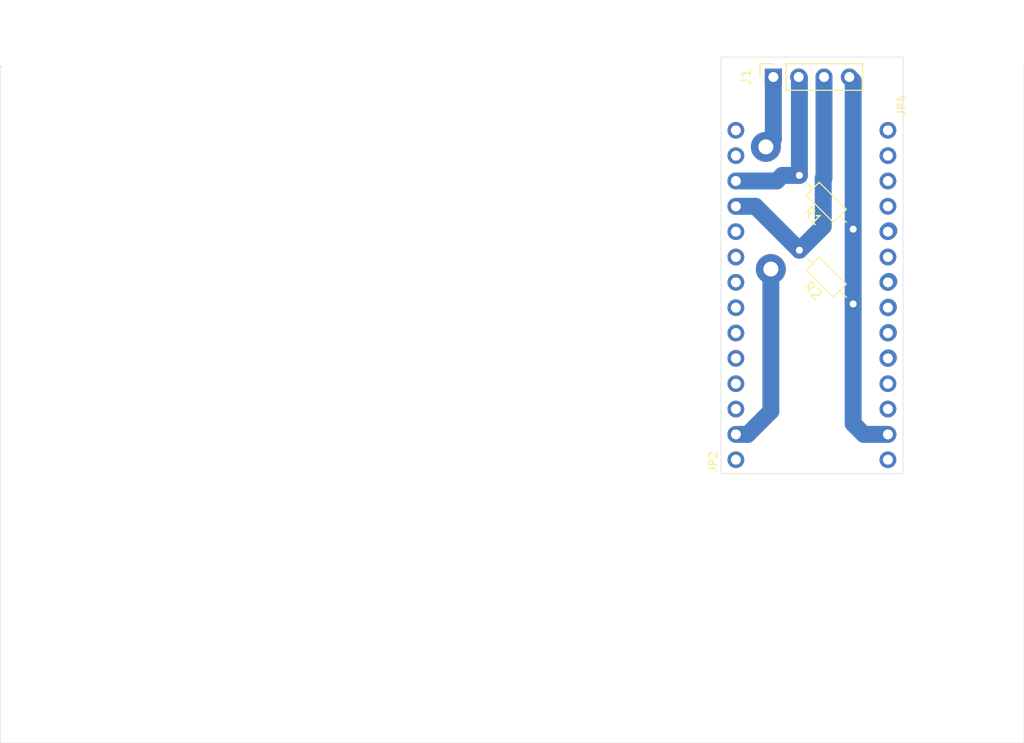
<source format=kicad_pcb>
(kicad_pcb (version 20171130) (host pcbnew 5.1.4-e60b266~84~ubuntu18.04.1)

  (general
    (thickness 1.6)
    (drawings 10)
    (tracks 29)
    (zones 0)
    (modules 5)
    (nets 5)
  )

  (page A4)
  (layers
    (0 Top signal)
    (1 Route2 signal)
    (2 Route15 signal)
    (31 Bottom signal)
    (32 B.Adhes user)
    (33 F.Adhes user)
    (34 B.Paste user)
    (35 F.Paste user)
    (36 B.SilkS user)
    (37 F.SilkS user)
    (38 B.Mask user)
    (39 F.Mask user)
    (40 Dwgs.User user)
    (41 Cmts.User user)
    (42 Eco1.User user)
    (43 Eco2.User user)
    (44 Edge.Cuts user)
    (45 Margin user)
    (46 B.CrtYd user)
    (47 F.CrtYd user)
    (48 B.Fab user)
    (49 F.Fab user)
  )

  (setup
    (last_trace_width 1.7)
    (user_trace_width 1.2)
    (user_trace_width 1.7)
    (trace_clearance 0.2)
    (zone_clearance 0.508)
    (zone_45_only no)
    (trace_min 0.2)
    (via_size 0.8)
    (via_drill 0.4)
    (via_min_size 0.4)
    (via_min_drill 0.3)
    (user_via 3 1.5)
    (uvia_size 0.3)
    (uvia_drill 0.1)
    (uvias_allowed no)
    (uvia_min_size 0.2)
    (uvia_min_drill 0.1)
    (edge_width 0.05)
    (segment_width 0.2)
    (pcb_text_width 0.3)
    (pcb_text_size 1.5 1.5)
    (mod_edge_width 0.12)
    (mod_text_size 1 1)
    (mod_text_width 0.15)
    (pad_size 1.524 1.524)
    (pad_drill 0.762)
    (pad_to_mask_clearance 0.051)
    (solder_mask_min_width 0.25)
    (aux_axis_origin 0 0)
    (visible_elements FFFFFF7F)
    (pcbplotparams
      (layerselection 0x010fc_ffffffff)
      (usegerberextensions false)
      (usegerberattributes false)
      (usegerberadvancedattributes false)
      (creategerberjobfile false)
      (excludeedgelayer true)
      (linewidth 0.100000)
      (plotframeref false)
      (viasonmask false)
      (mode 1)
      (useauxorigin false)
      (hpglpennumber 1)
      (hpglpenspeed 20)
      (hpglpendiameter 15.000000)
      (psnegative false)
      (psa4output false)
      (plotreference true)
      (plotvalue true)
      (plotinvisibletext false)
      (padsonsilk false)
      (subtractmaskfromsilk false)
      (outputformat 1)
      (mirror false)
      (drillshape 0)
      (scaleselection 1)
      (outputdirectory "gerbs/"))
  )

  (net 0 "")
  (net 1 GND)
  (net 2 +3V3)
  (net 3 SDA)
  (net 4 SCL)

  (net_class Default "This is the default net class."
    (clearance 0.2)
    (trace_width 0.25)
    (via_dia 0.8)
    (via_drill 0.4)
    (uvia_dia 0.3)
    (uvia_drill 0.1)
    (add_net +3V3)
    (add_net GND)
    (add_net SCL)
    (add_net SDA)
  )

  (module ib4:1X14_ROUND70 (layer Top) (tedit 0) (tstamp 5D9266CF)
    (at 105.9942 50.1015 90)
    (path /FA93C76E)
    (fp_text reference JP2 (at -17.8562 -1.8288 90) (layer F.SilkS)
      (effects (font (size 0.77216 0.77216) (thickness 0.138988)) (justify left bottom))
    )
    (fp_text value HEADER-1X14 (at -17.78 3.175 90) (layer F.Fab)
      (effects (font (size 0.38608 0.38608) (thickness 0.038608)) (justify left bottom))
    )
    (fp_poly (pts (xy 16.256 0.254) (xy 16.764 0.254) (xy 16.764 -0.254) (xy 16.256 -0.254)) (layer F.Fab) (width 0))
    (fp_poly (pts (xy 13.716 0.254) (xy 14.224 0.254) (xy 14.224 -0.254) (xy 13.716 -0.254)) (layer F.Fab) (width 0))
    (fp_poly (pts (xy 11.176 0.254) (xy 11.684 0.254) (xy 11.684 -0.254) (xy 11.176 -0.254)) (layer F.Fab) (width 0))
    (fp_poly (pts (xy 8.636 0.254) (xy 9.144 0.254) (xy 9.144 -0.254) (xy 8.636 -0.254)) (layer F.Fab) (width 0))
    (fp_poly (pts (xy 6.096 0.254) (xy 6.604 0.254) (xy 6.604 -0.254) (xy 6.096 -0.254)) (layer F.Fab) (width 0))
    (fp_poly (pts (xy -16.764 0.254) (xy -16.256 0.254) (xy -16.256 -0.254) (xy -16.764 -0.254)) (layer F.Fab) (width 0))
    (fp_poly (pts (xy -14.224 0.254) (xy -13.716 0.254) (xy -13.716 -0.254) (xy -14.224 -0.254)) (layer F.Fab) (width 0))
    (fp_poly (pts (xy -11.684 0.254) (xy -11.176 0.254) (xy -11.176 -0.254) (xy -11.684 -0.254)) (layer F.Fab) (width 0))
    (fp_poly (pts (xy -9.144 0.254) (xy -8.636 0.254) (xy -8.636 -0.254) (xy -9.144 -0.254)) (layer F.Fab) (width 0))
    (fp_poly (pts (xy -6.604 0.254) (xy -6.096 0.254) (xy -6.096 -0.254) (xy -6.604 -0.254)) (layer F.Fab) (width 0))
    (fp_poly (pts (xy -4.064 0.254) (xy -3.556 0.254) (xy -3.556 -0.254) (xy -4.064 -0.254)) (layer F.Fab) (width 0))
    (fp_poly (pts (xy -1.524 0.254) (xy -1.016 0.254) (xy -1.016 -0.254) (xy -1.524 -0.254)) (layer F.Fab) (width 0))
    (fp_poly (pts (xy 1.016 0.254) (xy 1.524 0.254) (xy 1.524 -0.254) (xy 1.016 -0.254)) (layer F.Fab) (width 0))
    (fp_poly (pts (xy 3.556 0.254) (xy 4.064 0.254) (xy 4.064 -0.254) (xy 3.556 -0.254)) (layer F.Fab) (width 0))
    (fp_line (start -17.78 -0.635) (end -17.78 0.635) (layer F.Fab) (width 0.2032))
    (pad 14 thru_hole circle (at 16.51 0 180) (size 1.6764 1.6764) (drill 1) (layers *.Cu *.Mask)
      (solder_mask_margin 0.0508))
    (pad 13 thru_hole circle (at 13.97 0 180) (size 1.6764 1.6764) (drill 1) (layers *.Cu *.Mask)
      (solder_mask_margin 0.0508))
    (pad 12 thru_hole circle (at 11.43 0 180) (size 1.6764 1.6764) (drill 1) (layers *.Cu *.Mask)
      (net 3 SDA) (solder_mask_margin 0.0508))
    (pad 11 thru_hole circle (at 8.89 0 180) (size 1.6764 1.6764) (drill 1) (layers *.Cu *.Mask)
      (net 4 SCL) (solder_mask_margin 0.0508))
    (pad 10 thru_hole circle (at 6.35 0 180) (size 1.6764 1.6764) (drill 1) (layers *.Cu *.Mask)
      (solder_mask_margin 0.0508))
    (pad 9 thru_hole circle (at 3.81 0 180) (size 1.6764 1.6764) (drill 1) (layers *.Cu *.Mask)
      (solder_mask_margin 0.0508))
    (pad 8 thru_hole circle (at 1.27 0 180) (size 1.6764 1.6764) (drill 1) (layers *.Cu *.Mask)
      (solder_mask_margin 0.0508))
    (pad 7 thru_hole circle (at -1.27 0 180) (size 1.6764 1.6764) (drill 1) (layers *.Cu *.Mask)
      (solder_mask_margin 0.0508))
    (pad 6 thru_hole circle (at -3.81 0 180) (size 1.6764 1.6764) (drill 1) (layers *.Cu *.Mask)
      (solder_mask_margin 0.0508))
    (pad 5 thru_hole circle (at -6.35 0 180) (size 1.6764 1.6764) (drill 1) (layers *.Cu *.Mask)
      (solder_mask_margin 0.0508))
    (pad 4 thru_hole circle (at -8.89 0 180) (size 1.6764 1.6764) (drill 1) (layers *.Cu *.Mask)
      (solder_mask_margin 0.0508))
    (pad 3 thru_hole circle (at -11.43 0 180) (size 1.6764 1.6764) (drill 1) (layers *.Cu *.Mask)
      (solder_mask_margin 0.0508))
    (pad 2 thru_hole circle (at -13.97 0 180) (size 1.6764 1.6764) (drill 1) (layers *.Cu *.Mask)
      (net 1 GND) (solder_mask_margin 0.0508))
    (pad 1 thru_hole circle (at -16.51 0 180) (size 1.6764 1.6764) (drill 1) (layers *.Cu *.Mask)
      (solder_mask_margin 0.0508))
  )

  (module ib4:1X14_ROUND70 (layer Top) (tedit 0) (tstamp 5D92666F)
    (at 121.2342 50.1015 270)
    (path /47274FB3)
    (fp_text reference JP4 (at -17.8562 -1.8288 90) (layer F.SilkS)
      (effects (font (size 0.77216 0.77216) (thickness 0.138988)) (justify left bottom))
    )
    (fp_text value HEADER-1X14 (at -17.78 3.175 90) (layer F.Fab)
      (effects (font (size 0.38608 0.38608) (thickness 0.038608)) (justify left bottom))
    )
    (fp_poly (pts (xy 16.256 0.254) (xy 16.764 0.254) (xy 16.764 -0.254) (xy 16.256 -0.254)) (layer F.Fab) (width 0))
    (fp_poly (pts (xy 13.716 0.254) (xy 14.224 0.254) (xy 14.224 -0.254) (xy 13.716 -0.254)) (layer F.Fab) (width 0))
    (fp_poly (pts (xy 11.176 0.254) (xy 11.684 0.254) (xy 11.684 -0.254) (xy 11.176 -0.254)) (layer F.Fab) (width 0))
    (fp_poly (pts (xy 8.636 0.254) (xy 9.144 0.254) (xy 9.144 -0.254) (xy 8.636 -0.254)) (layer F.Fab) (width 0))
    (fp_poly (pts (xy 6.096 0.254) (xy 6.604 0.254) (xy 6.604 -0.254) (xy 6.096 -0.254)) (layer F.Fab) (width 0))
    (fp_poly (pts (xy -16.764 0.254) (xy -16.256 0.254) (xy -16.256 -0.254) (xy -16.764 -0.254)) (layer F.Fab) (width 0))
    (fp_poly (pts (xy -14.224 0.254) (xy -13.716 0.254) (xy -13.716 -0.254) (xy -14.224 -0.254)) (layer F.Fab) (width 0))
    (fp_poly (pts (xy -11.684 0.254) (xy -11.176 0.254) (xy -11.176 -0.254) (xy -11.684 -0.254)) (layer F.Fab) (width 0))
    (fp_poly (pts (xy -9.144 0.254) (xy -8.636 0.254) (xy -8.636 -0.254) (xy -9.144 -0.254)) (layer F.Fab) (width 0))
    (fp_poly (pts (xy -6.604 0.254) (xy -6.096 0.254) (xy -6.096 -0.254) (xy -6.604 -0.254)) (layer F.Fab) (width 0))
    (fp_poly (pts (xy -4.064 0.254) (xy -3.556 0.254) (xy -3.556 -0.254) (xy -4.064 -0.254)) (layer F.Fab) (width 0))
    (fp_poly (pts (xy -1.524 0.254) (xy -1.016 0.254) (xy -1.016 -0.254) (xy -1.524 -0.254)) (layer F.Fab) (width 0))
    (fp_poly (pts (xy 1.016 0.254) (xy 1.524 0.254) (xy 1.524 -0.254) (xy 1.016 -0.254)) (layer F.Fab) (width 0))
    (fp_poly (pts (xy 3.556 0.254) (xy 4.064 0.254) (xy 4.064 -0.254) (xy 3.556 -0.254)) (layer F.Fab) (width 0))
    (fp_line (start -17.78 -0.635) (end -17.78 0.635) (layer F.Fab) (width 0.2032))
    (pad 14 thru_hole circle (at 16.51 0) (size 1.6764 1.6764) (drill 1) (layers *.Cu *.Mask)
      (solder_mask_margin 0.0508))
    (pad 13 thru_hole circle (at 13.97 0) (size 1.6764 1.6764) (drill 1) (layers *.Cu *.Mask)
      (net 2 +3V3) (solder_mask_margin 0.0508))
    (pad 12 thru_hole circle (at 11.43 0) (size 1.6764 1.6764) (drill 1) (layers *.Cu *.Mask)
      (solder_mask_margin 0.0508))
    (pad 11 thru_hole circle (at 8.89 0) (size 1.6764 1.6764) (drill 1) (layers *.Cu *.Mask)
      (solder_mask_margin 0.0508))
    (pad 10 thru_hole circle (at 6.35 0) (size 1.6764 1.6764) (drill 1) (layers *.Cu *.Mask)
      (solder_mask_margin 0.0508))
    (pad 9 thru_hole circle (at 3.81 0) (size 1.6764 1.6764) (drill 1) (layers *.Cu *.Mask)
      (solder_mask_margin 0.0508))
    (pad 8 thru_hole circle (at 1.27 0) (size 1.6764 1.6764) (drill 1) (layers *.Cu *.Mask)
      (solder_mask_margin 0.0508))
    (pad 7 thru_hole circle (at -1.27 0) (size 1.6764 1.6764) (drill 1) (layers *.Cu *.Mask)
      (solder_mask_margin 0.0508))
    (pad 6 thru_hole circle (at -3.81 0) (size 1.6764 1.6764) (drill 1) (layers *.Cu *.Mask)
      (solder_mask_margin 0.0508))
    (pad 5 thru_hole circle (at -6.35 0) (size 1.6764 1.6764) (drill 1) (layers *.Cu *.Mask)
      (solder_mask_margin 0.0508))
    (pad 4 thru_hole circle (at -8.89 0) (size 1.6764 1.6764) (drill 1) (layers *.Cu *.Mask)
      (solder_mask_margin 0.0508))
    (pad 3 thru_hole circle (at -11.43 0) (size 1.6764 1.6764) (drill 1) (layers *.Cu *.Mask)
      (solder_mask_margin 0.0508))
    (pad 2 thru_hole circle (at -13.97 0) (size 1.6764 1.6764) (drill 1) (layers *.Cu *.Mask)
      (solder_mask_margin 0.0508))
    (pad 1 thru_hole circle (at -16.51 0) (size 1.6764 1.6764) (drill 1) (layers *.Cu *.Mask)
      (solder_mask_margin 0.0508))
  )

  (module Connector_PinSocket_2.54mm:PinSocket_1x04_P2.54mm_Vertical (layer Top) (tedit 5A19A429) (tstamp 5D917D62)
    (at 109.75 28.25 90)
    (descr "Through hole straight socket strip, 1x04, 2.54mm pitch, single row (from Kicad 4.0.7), script generated")
    (tags "Through hole socket strip THT 1x04 2.54mm single row")
    (path /5D917556)
    (fp_text reference J1 (at 0 -2.77 90) (layer F.SilkS)
      (effects (font (size 1 1) (thickness 0.15)))
    )
    (fp_text value Conn_01x04_Female (at 0 10.39 90) (layer F.Fab)
      (effects (font (size 1 1) (thickness 0.15)))
    )
    (fp_text user %R (at 0 3.81) (layer F.Fab)
      (effects (font (size 1 1) (thickness 0.15)))
    )
    (fp_line (start -1.8 9.4) (end -1.8 -1.8) (layer F.CrtYd) (width 0.05))
    (fp_line (start 1.75 9.4) (end -1.8 9.4) (layer F.CrtYd) (width 0.05))
    (fp_line (start 1.75 -1.8) (end 1.75 9.4) (layer F.CrtYd) (width 0.05))
    (fp_line (start -1.8 -1.8) (end 1.75 -1.8) (layer F.CrtYd) (width 0.05))
    (fp_line (start 0 -1.33) (end 1.33 -1.33) (layer F.SilkS) (width 0.12))
    (fp_line (start 1.33 -1.33) (end 1.33 0) (layer F.SilkS) (width 0.12))
    (fp_line (start 1.33 1.27) (end 1.33 8.95) (layer F.SilkS) (width 0.12))
    (fp_line (start -1.33 8.95) (end 1.33 8.95) (layer F.SilkS) (width 0.12))
    (fp_line (start -1.33 1.27) (end -1.33 8.95) (layer F.SilkS) (width 0.12))
    (fp_line (start -1.33 1.27) (end 1.33 1.27) (layer F.SilkS) (width 0.12))
    (fp_line (start -1.27 8.89) (end -1.27 -1.27) (layer F.Fab) (width 0.1))
    (fp_line (start 1.27 8.89) (end -1.27 8.89) (layer F.Fab) (width 0.1))
    (fp_line (start 1.27 -0.635) (end 1.27 8.89) (layer F.Fab) (width 0.1))
    (fp_line (start 0.635 -1.27) (end 1.27 -0.635) (layer F.Fab) (width 0.1))
    (fp_line (start -1.27 -1.27) (end 0.635 -1.27) (layer F.Fab) (width 0.1))
    (pad 4 thru_hole oval (at 0 7.62 90) (size 1.7 1.7) (drill 1) (layers *.Cu *.Mask)
      (net 2 +3V3))
    (pad 3 thru_hole oval (at 0 5.08 90) (size 1.7 1.7) (drill 1) (layers *.Cu *.Mask)
      (net 4 SCL))
    (pad 2 thru_hole oval (at 0 2.54 90) (size 1.7 1.7) (drill 1) (layers *.Cu *.Mask)
      (net 3 SDA))
    (pad 1 thru_hole rect (at 0 0 90) (size 1.7 1.7) (drill 1) (layers *.Cu *.Mask)
      (net 1 GND))
    (model ${KISYS3DMOD}/Connector_PinSocket_2.54mm.3dshapes/PinSocket_1x04_P2.54mm_Vertical.wrl
      (at (xyz 0 0 0))
      (scale (xyz 1 1 1))
      (rotate (xyz 0 0 0))
    )
  )

  (module Resistor_THT:R_Axial_DIN0204_L3.6mm_D1.6mm_P7.62mm_Horizontal (layer Top) (tedit 5AE5139B) (tstamp 5D918A25)
    (at 117.75 43.5 135)
    (descr "Resistor, Axial_DIN0204 series, Axial, Horizontal, pin pitch=7.62mm, 0.167W, length*diameter=3.6*1.6mm^2, http://cdn-reichelt.de/documents/datenblatt/B400/1_4W%23YAG.pdf")
    (tags "Resistor Axial_DIN0204 series Axial Horizontal pin pitch 7.62mm 0.167W length 3.6mm diameter 1.6mm")
    (path /5D93A537)
    (fp_text reference R1 (at 3.81 -1.92 135) (layer F.SilkS)
      (effects (font (size 1 1) (thickness 0.15)))
    )
    (fp_text value R (at 3.81 1.92 135) (layer F.Fab)
      (effects (font (size 1 1) (thickness 0.15)))
    )
    (fp_text user %R (at 3.81 0 135) (layer F.Fab)
      (effects (font (size 0.72 0.72) (thickness 0.108)))
    )
    (fp_line (start 8.57 -1.05) (end -0.95 -1.05) (layer F.CrtYd) (width 0.05))
    (fp_line (start 8.57 1.05) (end 8.57 -1.05) (layer F.CrtYd) (width 0.05))
    (fp_line (start -0.95 1.05) (end 8.57 1.05) (layer F.CrtYd) (width 0.05))
    (fp_line (start -0.95 -1.05) (end -0.95 1.05) (layer F.CrtYd) (width 0.05))
    (fp_line (start 6.68 0) (end 5.73 0) (layer F.SilkS) (width 0.12))
    (fp_line (start 0.94 0) (end 1.89 0) (layer F.SilkS) (width 0.12))
    (fp_line (start 5.73 -0.92) (end 1.89 -0.92) (layer F.SilkS) (width 0.12))
    (fp_line (start 5.73 0.92) (end 5.73 -0.92) (layer F.SilkS) (width 0.12))
    (fp_line (start 1.89 0.92) (end 5.73 0.92) (layer F.SilkS) (width 0.12))
    (fp_line (start 1.89 -0.92) (end 1.89 0.92) (layer F.SilkS) (width 0.12))
    (fp_line (start 7.62 0) (end 5.61 0) (layer F.Fab) (width 0.1))
    (fp_line (start 0 0) (end 2.01 0) (layer F.Fab) (width 0.1))
    (fp_line (start 5.61 -0.8) (end 2.01 -0.8) (layer F.Fab) (width 0.1))
    (fp_line (start 5.61 0.8) (end 5.61 -0.8) (layer F.Fab) (width 0.1))
    (fp_line (start 2.01 0.8) (end 5.61 0.8) (layer F.Fab) (width 0.1))
    (fp_line (start 2.01 -0.8) (end 2.01 0.8) (layer F.Fab) (width 0.1))
    (pad 2 thru_hole oval (at 7.62 0 135) (size 1.4 1.4) (drill 0.7) (layers *.Cu *.Mask)
      (net 3 SDA))
    (pad 1 thru_hole circle (at 0 0 135) (size 1.4 1.4) (drill 0.7) (layers *.Cu *.Mask)
      (net 2 +3V3))
    (model ${KISYS3DMOD}/Resistor_THT.3dshapes/R_Axial_DIN0204_L3.6mm_D1.6mm_P7.62mm_Horizontal.wrl
      (at (xyz 0 0 0))
      (scale (xyz 1 1 1))
      (rotate (xyz 0 0 0))
    )
  )

  (module Resistor_THT:R_Axial_DIN0204_L3.6mm_D1.6mm_P7.62mm_Horizontal (layer Top) (tedit 5AE5139B) (tstamp 5D91895C)
    (at 117.75 51 135)
    (descr "Resistor, Axial_DIN0204 series, Axial, Horizontal, pin pitch=7.62mm, 0.167W, length*diameter=3.6*1.6mm^2, http://cdn-reichelt.de/documents/datenblatt/B400/1_4W%23YAG.pdf")
    (tags "Resistor Axial_DIN0204 series Axial Horizontal pin pitch 7.62mm 0.167W length 3.6mm diameter 1.6mm")
    (path /5D939B32)
    (fp_text reference R2 (at 3.81 -1.92 135) (layer F.SilkS)
      (effects (font (size 1 1) (thickness 0.15)))
    )
    (fp_text value R (at 3.81 1.92 135) (layer F.Fab)
      (effects (font (size 1 1) (thickness 0.15)))
    )
    (fp_line (start 2.01 -0.8) (end 2.01 0.8) (layer F.Fab) (width 0.1))
    (fp_line (start 2.01 0.8) (end 5.61 0.8) (layer F.Fab) (width 0.1))
    (fp_line (start 5.61 0.8) (end 5.61 -0.8) (layer F.Fab) (width 0.1))
    (fp_line (start 5.61 -0.8) (end 2.01 -0.8) (layer F.Fab) (width 0.1))
    (fp_line (start 0 0) (end 2.01 0) (layer F.Fab) (width 0.1))
    (fp_line (start 7.62 0) (end 5.61 0) (layer F.Fab) (width 0.1))
    (fp_line (start 1.89 -0.92) (end 1.89 0.92) (layer F.SilkS) (width 0.12))
    (fp_line (start 1.89 0.92) (end 5.73 0.92) (layer F.SilkS) (width 0.12))
    (fp_line (start 5.73 0.92) (end 5.73 -0.92) (layer F.SilkS) (width 0.12))
    (fp_line (start 5.73 -0.92) (end 1.89 -0.92) (layer F.SilkS) (width 0.12))
    (fp_line (start 0.94 0) (end 1.89 0) (layer F.SilkS) (width 0.12))
    (fp_line (start 6.68 0) (end 5.73 0) (layer F.SilkS) (width 0.12))
    (fp_line (start -0.95 -1.05) (end -0.95 1.05) (layer F.CrtYd) (width 0.05))
    (fp_line (start -0.95 1.05) (end 8.57 1.05) (layer F.CrtYd) (width 0.05))
    (fp_line (start 8.57 1.05) (end 8.57 -1.05) (layer F.CrtYd) (width 0.05))
    (fp_line (start 8.57 -1.05) (end -0.95 -1.05) (layer F.CrtYd) (width 0.05))
    (fp_text user %R (at 3.81 0 135) (layer F.Fab)
      (effects (font (size 0.72 0.72) (thickness 0.108)))
    )
    (pad 1 thru_hole circle (at 0 0 135) (size 1.4 1.4) (drill 0.7) (layers *.Cu *.Mask)
      (net 2 +3V3))
    (pad 2 thru_hole oval (at 7.62 0 135) (size 1.4 1.4) (drill 0.7) (layers *.Cu *.Mask)
      (net 4 SCL))
    (model ${KISYS3DMOD}/Resistor_THT.3dshapes/R_Axial_DIN0204_L3.6mm_D1.6mm_P7.62mm_Horizontal.wrl
      (at (xyz 0 0 0))
      (scale (xyz 1 1 1))
      (rotate (xyz 0 0 0))
    )
  )

  (gr_line (start 122.75 26.25) (end 122.25 26.25) (layer Edge.Cuts) (width 0.05) (tstamp 5D918B25))
  (gr_line (start 122.75 68) (end 122.75 26.25) (layer Edge.Cuts) (width 0.05))
  (gr_line (start 122.5 68) (end 122.75 68) (layer Edge.Cuts) (width 0.05))
  (gr_line (start 104.5 26.25) (end 122.25 26.25) (layer Edge.Cuts) (width 0.05))
  (gr_line (start 104.5 68) (end 104.5 26.25) (layer Edge.Cuts) (width 0.05))
  (gr_line (start 122.5 68) (end 104.5 68) (layer Edge.Cuts) (width 0.05))
  (gr_line (start 32.258 27.178) (end 32.512 27.178) (layer Edge.Cuts) (width 0.05) (tstamp 5D92722B))
  (gr_line (start 32.258 94.996) (end 32.258 27.178) (layer Edge.Cuts) (width 0.05))
  (gr_line (start 134.874 94.996) (end 32.258 94.996) (layer Edge.Cuts) (width 0.05))
  (gr_line (start 134.874 27.178) (end 134.874 94.996) (layer Edge.Cuts) (width 0.05))

  (segment (start 121.2857 56.4) (end 121.2342 56.4515) (width 1.7) (layer Bottom) (net 0) (status 30))
  (segment (start 121.2857 53.86) (end 121.2342 53.9115) (width 1.7) (layer Bottom) (net 0) (status 30))
  (segment (start 121.2857 51.32) (end 121.2342 51.3715) (width 1.7) (layer Bottom) (net 0) (status 30))
  (segment (start 121.3257 48.74) (end 121.2342 48.8315) (width 1.7) (layer Bottom) (net 0) (status 30))
  (segment (start 121.3257 43.66) (end 121.2342 43.7515) (width 1.7) (layer Bottom) (net 0) (status 30))
  (segment (start 109.5 61.751093) (end 109.5 47.5) (width 1.7) (layer Bottom) (net 1))
  (segment (start 105.9942 64.0715) (end 107.179593 64.0715) (width 1.7) (layer Bottom) (net 1))
  (via (at 109.5 47.5) (size 3) (drill 1.5) (layers Top Bottom) (net 1))
  (segment (start 107.179593 64.0715) (end 109.5 61.751093) (width 1.7) (layer Bottom) (net 1))
  (segment (start 109.75 28.25) (end 109.75 34.5) (width 1.7) (layer Bottom) (net 1))
  (via (at 109 35.25) (size 3) (drill 1.5) (layers Top Bottom) (net 1))
  (segment (start 109.75 34.5) (end 109 35.25) (width 1.7) (layer Bottom) (net 1))
  (segment (start 117.75 28.63) (end 117.37 28.25) (width 1.7) (layer Bottom) (net 2))
  (segment (start 117.75 43.5) (end 117.75 28.63) (width 1.7) (layer Bottom) (net 2))
  (segment (start 117.75 43.5) (end 117.75 51) (width 1.7) (layer Bottom) (net 2))
  (segment (start 117.75 63) (end 117.75 51) (width 1.7) (layer Bottom) (net 2))
  (segment (start 121.2342 64.0715) (end 118.8215 64.0715) (width 1.7) (layer Bottom) (net 2))
  (segment (start 118.8215 64.0715) (end 117.75 63) (width 1.7) (layer Bottom) (net 2))
  (segment (start 112.361846 28.321846) (end 112.29 28.25) (width 1.7) (layer Bottom) (net 3))
  (segment (start 112.361846 38.111846) (end 112.361846 28.321846) (width 1.7) (layer Bottom) (net 3))
  (segment (start 112.361846 38.111846) (end 110.638154 38.111846) (width 1.7) (layer Bottom) (net 3))
  (segment (start 110.0785 38.6715) (end 105.9942 38.6715) (width 1.7) (layer Bottom) (net 3))
  (segment (start 110.638154 38.111846) (end 110.0785 38.6715) (width 1.7) (layer Bottom) (net 3))
  (segment (start 114.83 38.330711) (end 114.75 38.410711) (width 1.7) (layer Bottom) (net 4))
  (segment (start 114.83 28.25) (end 114.83 38.330711) (width 1.7) (layer Bottom) (net 4))
  (segment (start 114.75 43.223692) (end 112.361846 45.611846) (width 1.7) (layer Bottom) (net 4))
  (segment (start 114.75 38.410711) (end 114.75 43.223692) (width 1.7) (layer Bottom) (net 4))
  (segment (start 107.9615 41.2115) (end 105.9942 41.2115) (width 1.7) (layer Bottom) (net 4))
  (segment (start 112.361846 45.611846) (end 107.9615 41.2115) (width 1.7) (layer Bottom) (net 4))

)

</source>
